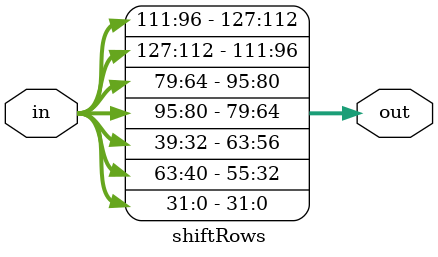
<source format=v>

module shiftRows(in,out);
// Here the data is defined in single dimension
input [127:0]in;
output [127:0]out;
assign out[7:0]=in[7:0];
assign out[15:8]=in[15:8];
assign out[23:16]=in[23:16];
assign out[31:24]=in[31:24];
assign out[39:32]=in[47:40];
assign out[47:40]=in[55:48];
assign out[55:48]=in[63:56];
assign out[63:56]=in[39:32];
assign out[71:64]=in[87:80];
assign out[79:72]=in[95:88];
assign out[87:80]=in[71:64];
assign out[95:88]=in[79:72];
assign out[103:96]=in[119:112];
assign out[111:104]=in[127:120];
assign out[119:112]=in[103:96];
assign out[127:120]=in[111:104];
endmodule

// module shiftRows(in,out);

// // input [7:0]in[3:0][3:0];
// // output [7:0]out[3:0][3:0];
// //packed input and output
// input [3:0][3:0][7:0]in;
// output [3:0][3:0][7:0]out;
// //assign values to out
// assign out[0][0]=in[0][0];
// assign out[0][1]=in[0][1];
// assign out[0][2]=in[0][2];
// assign out[0][3]=in[0][3];
// assign out[1][0]=in[1][1];
// assign out[1][1]=in[1][2];
// assign out[1][2]=in[1][3];
// assign out[1][3]=in[1][0];
// assign out[2][0]=in[2][2];
// assign out[2][1]=in[2][3];
// assign out[2][2]=in[2][0];
// assign out[2][3]=in[2][1];
// assign out[3][0]=in[3][3];
// assign out[3][1]=in[3][0];
// assign out[3][2]=in[3][1];
// assign out[3][3]=in[3][2];
// endmodule
</source>
